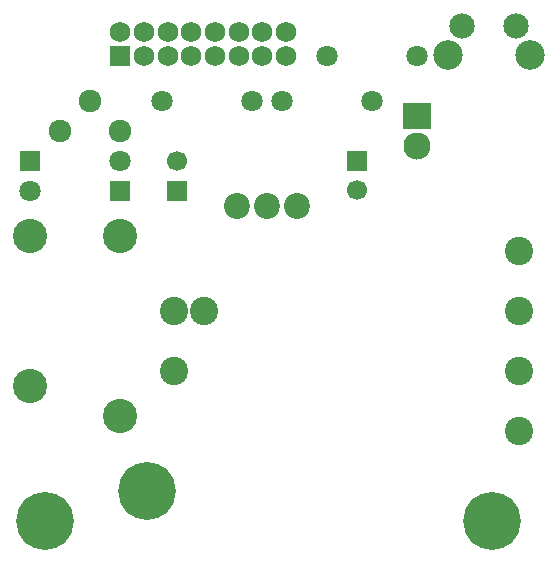
<source format=gts>
G04 #@! TF.FileFunction,Soldermask,Top*
%FSLAX46Y46*%
G04 Gerber Fmt 4.6, Leading zero omitted, Abs format (unit mm)*
G04 Created by KiCad (PCBNEW 4.0.2-stable) date 31-5-2016 17:43:18*
%MOMM*%
G01*
G04 APERTURE LIST*
%ADD10C,0.100000*%
%ADD11R,2.400000X2.300000*%
%ADD12C,2.300000*%
%ADD13C,2.500000*%
%ADD14C,2.150000*%
%ADD15C,1.924000*%
%ADD16R,1.750000X1.750000*%
%ADD17C,1.750000*%
%ADD18R,1.797000X1.797000*%
%ADD19C,1.797000*%
%ADD20C,2.900000*%
%ADD21R,1.700000X1.700000*%
%ADD22C,1.700000*%
%ADD23C,4.900880*%
%ADD24C,2.400000*%
%ADD25C,2.200000*%
G04 APERTURE END LIST*
D10*
D11*
X177800000Y-107950000D03*
D12*
X177800000Y-110490000D03*
D13*
X187370000Y-102820000D03*
D14*
X186110000Y-100330000D03*
X181610000Y-100330000D03*
D13*
X180360000Y-102820000D03*
D15*
X150114000Y-106680000D03*
X152654000Y-109220000D03*
X147574000Y-109220000D03*
D16*
X152654000Y-102870000D03*
D17*
X154654000Y-102870000D03*
X156654000Y-102870000D03*
X158654000Y-102870000D03*
X160654000Y-102870000D03*
X162654000Y-102870000D03*
X164654000Y-102870000D03*
X166654000Y-102870000D03*
X152654000Y-100870000D03*
X154654000Y-100870000D03*
X156654000Y-100870000D03*
X158654000Y-100870000D03*
X160654000Y-100870000D03*
X162654000Y-100870000D03*
X164654000Y-100870000D03*
X166654000Y-100870000D03*
D18*
X152654000Y-114300000D03*
D19*
X145034000Y-114300000D03*
D18*
X145034000Y-111760000D03*
D19*
X152654000Y-111760000D03*
D20*
X152654000Y-118110000D03*
X145034000Y-118110000D03*
X152654000Y-133350000D03*
X145034000Y-130810000D03*
D19*
X156210000Y-106680000D03*
X163830000Y-106680000D03*
X173990000Y-106680000D03*
X166370000Y-106680000D03*
D21*
X157480000Y-114300000D03*
D22*
X157480000Y-111800000D03*
D21*
X172720000Y-111760000D03*
D22*
X172720000Y-114260000D03*
D19*
X170180000Y-102870000D03*
X177800000Y-102870000D03*
D23*
X154940000Y-139700000D03*
X184150000Y-142240000D03*
X146304000Y-142240000D03*
D24*
X186436000Y-129540000D03*
X159766000Y-124460000D03*
X186436000Y-124460000D03*
X157226000Y-129540000D03*
X157226000Y-124460000D03*
X186436000Y-119380000D03*
X186436000Y-134620000D03*
D25*
X165100000Y-115570000D03*
X167640000Y-115570000D03*
X162560000Y-115570000D03*
M02*

</source>
